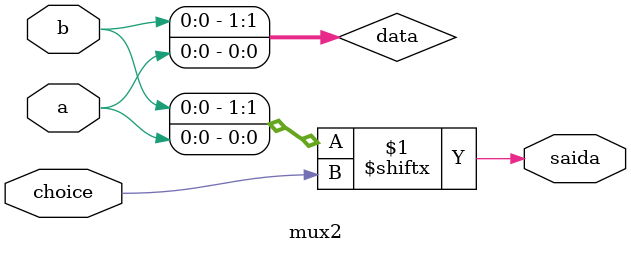
<source format=sv>
module mux2 (
input choice,
input a,
input b,
output saida
);

logic [1:0] data;
assign data[0] = a;
assign data[1] = b;
assign saida = data[choice]; 
endmodule
</source>
